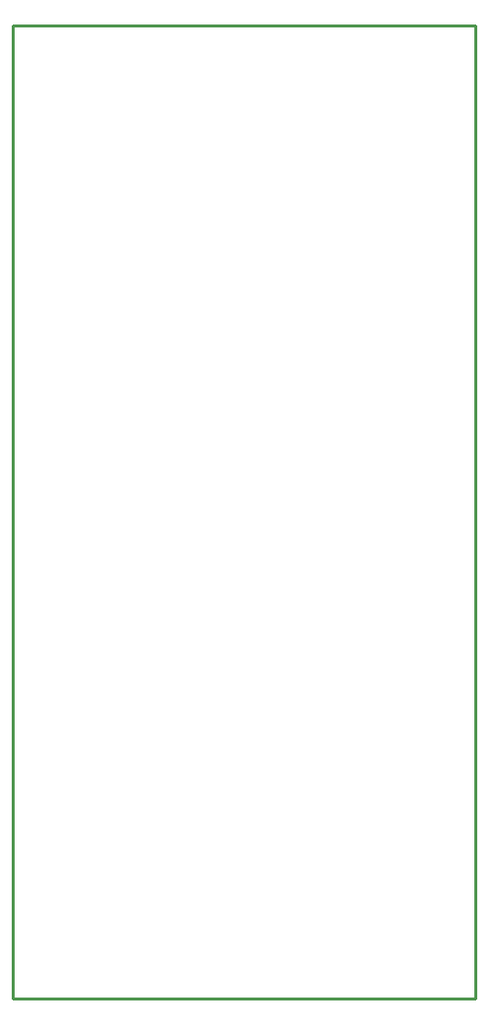
<source format=gm1>
G04 #@! TF.GenerationSoftware,KiCad,Pcbnew,(6.0.6)*
G04 #@! TF.CreationDate,2022-07-04T23:45:59+02:00*
G04 #@! TF.ProjectId,vogelhuisje_camera_board,766f6765-6c68-4756-9973-6a655f63616d,rev?*
G04 #@! TF.SameCoordinates,Original*
G04 #@! TF.FileFunction,Profile,NP*
%FSLAX46Y46*%
G04 Gerber Fmt 4.6, Leading zero omitted, Abs format (unit mm)*
G04 Created by KiCad (PCBNEW (6.0.6)) date 2022-07-04 23:45:59*
%MOMM*%
%LPD*%
G01*
G04 APERTURE LIST*
G04 #@! TA.AperFunction,Profile*
%ADD10C,0.254000*%
G04 #@! TD*
G04 APERTURE END LIST*
D10*
X90000000Y-67000000D02*
X130000000Y-67000000D01*
X130000000Y-67000000D02*
X130000000Y-151000000D01*
X130000000Y-151000000D02*
X90000000Y-151000000D01*
X90000000Y-151000000D02*
X90000000Y-67000000D01*
M02*

</source>
